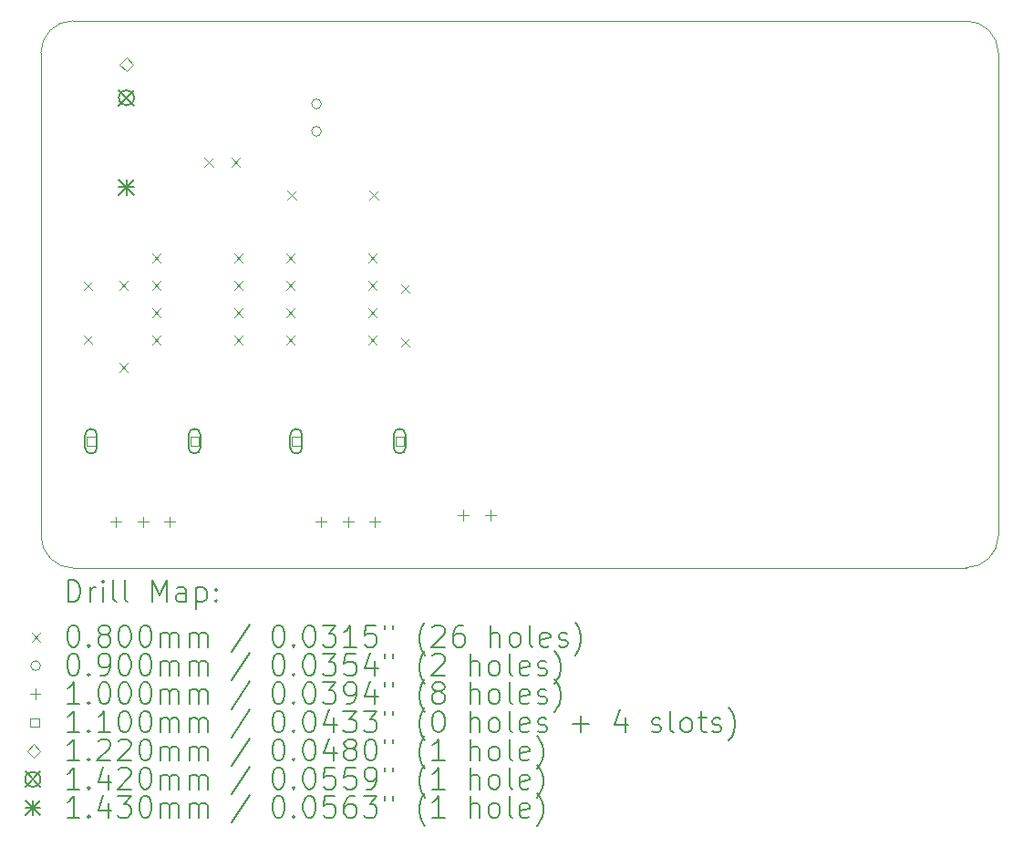
<source format=gbr>
%TF.GenerationSoftware,KiCad,Pcbnew,6.0.8+dfsg-1~bpo11+1*%
%TF.CreationDate,2022-10-27T04:09:54+08:00*%
%TF.ProjectId,SynthCard,53796e74-6843-4617-9264-2e6b69636164,rev?*%
%TF.SameCoordinates,Original*%
%TF.FileFunction,Drillmap*%
%TF.FilePolarity,Positive*%
%FSLAX45Y45*%
G04 Gerber Fmt 4.5, Leading zero omitted, Abs format (unit mm)*
G04 Created by KiCad (PCBNEW 6.0.8+dfsg-1~bpo11+1) date 2022-10-27 04:09:54*
%MOMM*%
%LPD*%
G01*
G04 APERTURE LIST*
%ADD10C,0.050000*%
%ADD11C,0.200000*%
%ADD12C,0.080000*%
%ADD13C,0.090000*%
%ADD14C,0.100000*%
%ADD15C,0.110000*%
%ADD16C,0.122000*%
%ADD17C,0.142000*%
%ADD18C,0.143000*%
G04 APERTURE END LIST*
D10*
X10000000Y-7800000D02*
X10002132Y-12282868D01*
X10300000Y-7500000D02*
G75*
G03*
X10000000Y-7800000I0J-300000D01*
G01*
X18592500Y-12580000D02*
X10302132Y-12582868D01*
X10002132Y-12282868D02*
G75*
G03*
X10302132Y-12582868I299998J-2D01*
G01*
X18892500Y-12280000D02*
X18892868Y-7802132D01*
X18592500Y-12580000D02*
G75*
G03*
X18892500Y-12280000I0J300000D01*
G01*
X18592868Y-7502132D02*
X10300000Y-7500000D01*
X18892868Y-7802132D02*
G75*
G03*
X18592868Y-7502132I-299998J2D01*
G01*
D11*
D12*
X10399400Y-9920800D02*
X10479400Y-10000800D01*
X10479400Y-9920800D02*
X10399400Y-10000800D01*
X10399400Y-10420800D02*
X10479400Y-10500800D01*
X10479400Y-10420800D02*
X10399400Y-10500800D01*
X10729600Y-9916800D02*
X10809600Y-9996800D01*
X10809600Y-9916800D02*
X10729600Y-9996800D01*
X10729600Y-10678800D02*
X10809600Y-10758800D01*
X10809600Y-10678800D02*
X10729600Y-10758800D01*
X11035400Y-9663800D02*
X11115400Y-9743800D01*
X11115400Y-9663800D02*
X11035400Y-9743800D01*
X11035400Y-9917800D02*
X11115400Y-9997800D01*
X11115400Y-9917800D02*
X11035400Y-9997800D01*
X11035400Y-10171800D02*
X11115400Y-10251800D01*
X11115400Y-10171800D02*
X11035400Y-10251800D01*
X11035400Y-10425800D02*
X11115400Y-10505800D01*
X11115400Y-10425800D02*
X11035400Y-10505800D01*
X11521000Y-8773800D02*
X11601000Y-8853800D01*
X11601000Y-8773800D02*
X11521000Y-8853800D01*
X11771000Y-8773800D02*
X11851000Y-8853800D01*
X11851000Y-8773800D02*
X11771000Y-8853800D01*
X11797400Y-9663800D02*
X11877400Y-9743800D01*
X11877400Y-9663800D02*
X11797400Y-9743800D01*
X11797400Y-9917800D02*
X11877400Y-9997800D01*
X11877400Y-9917800D02*
X11797400Y-9997800D01*
X11797400Y-10171800D02*
X11877400Y-10251800D01*
X11877400Y-10171800D02*
X11797400Y-10251800D01*
X11797400Y-10425800D02*
X11877400Y-10505800D01*
X11877400Y-10425800D02*
X11797400Y-10505800D01*
X12280000Y-9663800D02*
X12360000Y-9743800D01*
X12360000Y-9663800D02*
X12280000Y-9743800D01*
X12280000Y-9917800D02*
X12360000Y-9997800D01*
X12360000Y-9917800D02*
X12280000Y-9997800D01*
X12280000Y-10171800D02*
X12360000Y-10251800D01*
X12360000Y-10171800D02*
X12280000Y-10251800D01*
X12280000Y-10425800D02*
X12360000Y-10505800D01*
X12360000Y-10425800D02*
X12280000Y-10505800D01*
X12289000Y-9080000D02*
X12369000Y-9160000D01*
X12369000Y-9080000D02*
X12289000Y-9160000D01*
X13042000Y-9663800D02*
X13122000Y-9743800D01*
X13122000Y-9663800D02*
X13042000Y-9743800D01*
X13042000Y-9917800D02*
X13122000Y-9997800D01*
X13122000Y-9917800D02*
X13042000Y-9997800D01*
X13042000Y-10171800D02*
X13122000Y-10251800D01*
X13122000Y-10171800D02*
X13042000Y-10251800D01*
X13042000Y-10425800D02*
X13122000Y-10505800D01*
X13122000Y-10425800D02*
X13042000Y-10505800D01*
X13051000Y-9080000D02*
X13131000Y-9160000D01*
X13131000Y-9080000D02*
X13051000Y-9160000D01*
X13345800Y-9946200D02*
X13425800Y-10026200D01*
X13425800Y-9946200D02*
X13345800Y-10026200D01*
X13345800Y-10446200D02*
X13425800Y-10526200D01*
X13425800Y-10446200D02*
X13345800Y-10526200D01*
D13*
X12605000Y-8272500D02*
G75*
G03*
X12605000Y-8272500I-45000J0D01*
G01*
X12605000Y-8526500D02*
G75*
G03*
X12605000Y-8526500I-45000J0D01*
G01*
D14*
X10697400Y-12104900D02*
X10697400Y-12204900D01*
X10647400Y-12154900D02*
X10747400Y-12154900D01*
X10947400Y-12104900D02*
X10947400Y-12204900D01*
X10897400Y-12154900D02*
X10997400Y-12154900D01*
X11197400Y-12104900D02*
X11197400Y-12204900D01*
X11147400Y-12154900D02*
X11247400Y-12154900D01*
X12602400Y-12104900D02*
X12602400Y-12204900D01*
X12552400Y-12154900D02*
X12652400Y-12154900D01*
X12852400Y-12104900D02*
X12852400Y-12204900D01*
X12802400Y-12154900D02*
X12902400Y-12154900D01*
X13102400Y-12104900D02*
X13102400Y-12204900D01*
X13052400Y-12154900D02*
X13152400Y-12154900D01*
X13922500Y-12040000D02*
X13922500Y-12140000D01*
X13872500Y-12090000D02*
X13972500Y-12090000D01*
X14176500Y-12040000D02*
X14176500Y-12140000D01*
X14126500Y-12090000D02*
X14226500Y-12090000D01*
D15*
X10506291Y-11443791D02*
X10506291Y-11366009D01*
X10428509Y-11366009D01*
X10428509Y-11443791D01*
X10506291Y-11443791D01*
D11*
X10522400Y-11464900D02*
X10522400Y-11344900D01*
X10412400Y-11464900D02*
X10412400Y-11344900D01*
X10522400Y-11344900D02*
G75*
G03*
X10412400Y-11344900I-55000J0D01*
G01*
X10412400Y-11464900D02*
G75*
G03*
X10522400Y-11464900I55000J0D01*
G01*
D15*
X11466291Y-11443791D02*
X11466291Y-11366009D01*
X11388509Y-11366009D01*
X11388509Y-11443791D01*
X11466291Y-11443791D01*
D11*
X11482400Y-11464900D02*
X11482400Y-11344900D01*
X11372400Y-11464900D02*
X11372400Y-11344900D01*
X11482400Y-11344900D02*
G75*
G03*
X11372400Y-11344900I-55000J0D01*
G01*
X11372400Y-11464900D02*
G75*
G03*
X11482400Y-11464900I55000J0D01*
G01*
D15*
X12411291Y-11443791D02*
X12411291Y-11366009D01*
X12333509Y-11366009D01*
X12333509Y-11443791D01*
X12411291Y-11443791D01*
D11*
X12427400Y-11464900D02*
X12427400Y-11344900D01*
X12317400Y-11464900D02*
X12317400Y-11344900D01*
X12427400Y-11344900D02*
G75*
G03*
X12317400Y-11344900I-55000J0D01*
G01*
X12317400Y-11464900D02*
G75*
G03*
X12427400Y-11464900I55000J0D01*
G01*
D15*
X13371291Y-11443791D02*
X13371291Y-11366009D01*
X13293509Y-11366009D01*
X13293509Y-11443791D01*
X13371291Y-11443791D01*
D11*
X13387400Y-11464900D02*
X13387400Y-11344900D01*
X13277400Y-11464900D02*
X13277400Y-11344900D01*
X13387400Y-11344900D02*
G75*
G03*
X13277400Y-11344900I-55000J0D01*
G01*
X13277400Y-11464900D02*
G75*
G03*
X13387400Y-11464900I55000J0D01*
G01*
D16*
X10795000Y-7966600D02*
X10856000Y-7905600D01*
X10795000Y-7844600D01*
X10734000Y-7905600D01*
X10795000Y-7966600D01*
D17*
X10724000Y-8144600D02*
X10866000Y-8286600D01*
X10866000Y-8144600D02*
X10724000Y-8286600D01*
X10866000Y-8215600D02*
G75*
G03*
X10866000Y-8215600I-71000J0D01*
G01*
D18*
X10723500Y-8974100D02*
X10866500Y-9117100D01*
X10866500Y-8974100D02*
X10723500Y-9117100D01*
X10795000Y-8974100D02*
X10795000Y-9117100D01*
X10723500Y-9045600D02*
X10866500Y-9045600D01*
D11*
X10255119Y-12895844D02*
X10255119Y-12695844D01*
X10302738Y-12695844D01*
X10331310Y-12705368D01*
X10350357Y-12724416D01*
X10359881Y-12743463D01*
X10369405Y-12781558D01*
X10369405Y-12810130D01*
X10359881Y-12848225D01*
X10350357Y-12867273D01*
X10331310Y-12886320D01*
X10302738Y-12895844D01*
X10255119Y-12895844D01*
X10455119Y-12895844D02*
X10455119Y-12762511D01*
X10455119Y-12800606D02*
X10464643Y-12781558D01*
X10474167Y-12772035D01*
X10493214Y-12762511D01*
X10512262Y-12762511D01*
X10578929Y-12895844D02*
X10578929Y-12762511D01*
X10578929Y-12695844D02*
X10569405Y-12705368D01*
X10578929Y-12714892D01*
X10588452Y-12705368D01*
X10578929Y-12695844D01*
X10578929Y-12714892D01*
X10702738Y-12895844D02*
X10683690Y-12886320D01*
X10674167Y-12867273D01*
X10674167Y-12695844D01*
X10807500Y-12895844D02*
X10788452Y-12886320D01*
X10778929Y-12867273D01*
X10778929Y-12695844D01*
X11036071Y-12895844D02*
X11036071Y-12695844D01*
X11102738Y-12838701D01*
X11169405Y-12695844D01*
X11169405Y-12895844D01*
X11350357Y-12895844D02*
X11350357Y-12791082D01*
X11340833Y-12772035D01*
X11321786Y-12762511D01*
X11283690Y-12762511D01*
X11264643Y-12772035D01*
X11350357Y-12886320D02*
X11331309Y-12895844D01*
X11283690Y-12895844D01*
X11264643Y-12886320D01*
X11255119Y-12867273D01*
X11255119Y-12848225D01*
X11264643Y-12829177D01*
X11283690Y-12819654D01*
X11331309Y-12819654D01*
X11350357Y-12810130D01*
X11445595Y-12762511D02*
X11445595Y-12962511D01*
X11445595Y-12772035D02*
X11464643Y-12762511D01*
X11502738Y-12762511D01*
X11521786Y-12772035D01*
X11531309Y-12781558D01*
X11540833Y-12800606D01*
X11540833Y-12857749D01*
X11531309Y-12876796D01*
X11521786Y-12886320D01*
X11502738Y-12895844D01*
X11464643Y-12895844D01*
X11445595Y-12886320D01*
X11626548Y-12876796D02*
X11636071Y-12886320D01*
X11626548Y-12895844D01*
X11617024Y-12886320D01*
X11626548Y-12876796D01*
X11626548Y-12895844D01*
X11626548Y-12772035D02*
X11636071Y-12781558D01*
X11626548Y-12791082D01*
X11617024Y-12781558D01*
X11626548Y-12772035D01*
X11626548Y-12791082D01*
D12*
X9917500Y-13185368D02*
X9997500Y-13265368D01*
X9997500Y-13185368D02*
X9917500Y-13265368D01*
D11*
X10293214Y-13115844D02*
X10312262Y-13115844D01*
X10331310Y-13125368D01*
X10340833Y-13134892D01*
X10350357Y-13153939D01*
X10359881Y-13192035D01*
X10359881Y-13239654D01*
X10350357Y-13277749D01*
X10340833Y-13296796D01*
X10331310Y-13306320D01*
X10312262Y-13315844D01*
X10293214Y-13315844D01*
X10274167Y-13306320D01*
X10264643Y-13296796D01*
X10255119Y-13277749D01*
X10245595Y-13239654D01*
X10245595Y-13192035D01*
X10255119Y-13153939D01*
X10264643Y-13134892D01*
X10274167Y-13125368D01*
X10293214Y-13115844D01*
X10445595Y-13296796D02*
X10455119Y-13306320D01*
X10445595Y-13315844D01*
X10436071Y-13306320D01*
X10445595Y-13296796D01*
X10445595Y-13315844D01*
X10569405Y-13201558D02*
X10550357Y-13192035D01*
X10540833Y-13182511D01*
X10531310Y-13163463D01*
X10531310Y-13153939D01*
X10540833Y-13134892D01*
X10550357Y-13125368D01*
X10569405Y-13115844D01*
X10607500Y-13115844D01*
X10626548Y-13125368D01*
X10636071Y-13134892D01*
X10645595Y-13153939D01*
X10645595Y-13163463D01*
X10636071Y-13182511D01*
X10626548Y-13192035D01*
X10607500Y-13201558D01*
X10569405Y-13201558D01*
X10550357Y-13211082D01*
X10540833Y-13220606D01*
X10531310Y-13239654D01*
X10531310Y-13277749D01*
X10540833Y-13296796D01*
X10550357Y-13306320D01*
X10569405Y-13315844D01*
X10607500Y-13315844D01*
X10626548Y-13306320D01*
X10636071Y-13296796D01*
X10645595Y-13277749D01*
X10645595Y-13239654D01*
X10636071Y-13220606D01*
X10626548Y-13211082D01*
X10607500Y-13201558D01*
X10769405Y-13115844D02*
X10788452Y-13115844D01*
X10807500Y-13125368D01*
X10817024Y-13134892D01*
X10826548Y-13153939D01*
X10836071Y-13192035D01*
X10836071Y-13239654D01*
X10826548Y-13277749D01*
X10817024Y-13296796D01*
X10807500Y-13306320D01*
X10788452Y-13315844D01*
X10769405Y-13315844D01*
X10750357Y-13306320D01*
X10740833Y-13296796D01*
X10731310Y-13277749D01*
X10721786Y-13239654D01*
X10721786Y-13192035D01*
X10731310Y-13153939D01*
X10740833Y-13134892D01*
X10750357Y-13125368D01*
X10769405Y-13115844D01*
X10959881Y-13115844D02*
X10978929Y-13115844D01*
X10997976Y-13125368D01*
X11007500Y-13134892D01*
X11017024Y-13153939D01*
X11026548Y-13192035D01*
X11026548Y-13239654D01*
X11017024Y-13277749D01*
X11007500Y-13296796D01*
X10997976Y-13306320D01*
X10978929Y-13315844D01*
X10959881Y-13315844D01*
X10940833Y-13306320D01*
X10931310Y-13296796D01*
X10921786Y-13277749D01*
X10912262Y-13239654D01*
X10912262Y-13192035D01*
X10921786Y-13153939D01*
X10931310Y-13134892D01*
X10940833Y-13125368D01*
X10959881Y-13115844D01*
X11112262Y-13315844D02*
X11112262Y-13182511D01*
X11112262Y-13201558D02*
X11121786Y-13192035D01*
X11140833Y-13182511D01*
X11169405Y-13182511D01*
X11188452Y-13192035D01*
X11197976Y-13211082D01*
X11197976Y-13315844D01*
X11197976Y-13211082D02*
X11207500Y-13192035D01*
X11226548Y-13182511D01*
X11255119Y-13182511D01*
X11274167Y-13192035D01*
X11283690Y-13211082D01*
X11283690Y-13315844D01*
X11378928Y-13315844D02*
X11378928Y-13182511D01*
X11378928Y-13201558D02*
X11388452Y-13192035D01*
X11407500Y-13182511D01*
X11436071Y-13182511D01*
X11455119Y-13192035D01*
X11464643Y-13211082D01*
X11464643Y-13315844D01*
X11464643Y-13211082D02*
X11474167Y-13192035D01*
X11493214Y-13182511D01*
X11521786Y-13182511D01*
X11540833Y-13192035D01*
X11550357Y-13211082D01*
X11550357Y-13315844D01*
X11940833Y-13106320D02*
X11769405Y-13363463D01*
X12197976Y-13115844D02*
X12217024Y-13115844D01*
X12236071Y-13125368D01*
X12245595Y-13134892D01*
X12255119Y-13153939D01*
X12264643Y-13192035D01*
X12264643Y-13239654D01*
X12255119Y-13277749D01*
X12245595Y-13296796D01*
X12236071Y-13306320D01*
X12217024Y-13315844D01*
X12197976Y-13315844D01*
X12178928Y-13306320D01*
X12169405Y-13296796D01*
X12159881Y-13277749D01*
X12150357Y-13239654D01*
X12150357Y-13192035D01*
X12159881Y-13153939D01*
X12169405Y-13134892D01*
X12178928Y-13125368D01*
X12197976Y-13115844D01*
X12350357Y-13296796D02*
X12359881Y-13306320D01*
X12350357Y-13315844D01*
X12340833Y-13306320D01*
X12350357Y-13296796D01*
X12350357Y-13315844D01*
X12483690Y-13115844D02*
X12502738Y-13115844D01*
X12521786Y-13125368D01*
X12531309Y-13134892D01*
X12540833Y-13153939D01*
X12550357Y-13192035D01*
X12550357Y-13239654D01*
X12540833Y-13277749D01*
X12531309Y-13296796D01*
X12521786Y-13306320D01*
X12502738Y-13315844D01*
X12483690Y-13315844D01*
X12464643Y-13306320D01*
X12455119Y-13296796D01*
X12445595Y-13277749D01*
X12436071Y-13239654D01*
X12436071Y-13192035D01*
X12445595Y-13153939D01*
X12455119Y-13134892D01*
X12464643Y-13125368D01*
X12483690Y-13115844D01*
X12617024Y-13115844D02*
X12740833Y-13115844D01*
X12674167Y-13192035D01*
X12702738Y-13192035D01*
X12721786Y-13201558D01*
X12731309Y-13211082D01*
X12740833Y-13230130D01*
X12740833Y-13277749D01*
X12731309Y-13296796D01*
X12721786Y-13306320D01*
X12702738Y-13315844D01*
X12645595Y-13315844D01*
X12626548Y-13306320D01*
X12617024Y-13296796D01*
X12931309Y-13315844D02*
X12817024Y-13315844D01*
X12874167Y-13315844D02*
X12874167Y-13115844D01*
X12855119Y-13144416D01*
X12836071Y-13163463D01*
X12817024Y-13172987D01*
X13112262Y-13115844D02*
X13017024Y-13115844D01*
X13007500Y-13211082D01*
X13017024Y-13201558D01*
X13036071Y-13192035D01*
X13083690Y-13192035D01*
X13102738Y-13201558D01*
X13112262Y-13211082D01*
X13121786Y-13230130D01*
X13121786Y-13277749D01*
X13112262Y-13296796D01*
X13102738Y-13306320D01*
X13083690Y-13315844D01*
X13036071Y-13315844D01*
X13017024Y-13306320D01*
X13007500Y-13296796D01*
X13197976Y-13115844D02*
X13197976Y-13153939D01*
X13274167Y-13115844D02*
X13274167Y-13153939D01*
X13569405Y-13392035D02*
X13559881Y-13382511D01*
X13540833Y-13353939D01*
X13531309Y-13334892D01*
X13521786Y-13306320D01*
X13512262Y-13258701D01*
X13512262Y-13220606D01*
X13521786Y-13172987D01*
X13531309Y-13144416D01*
X13540833Y-13125368D01*
X13559881Y-13096796D01*
X13569405Y-13087273D01*
X13636071Y-13134892D02*
X13645595Y-13125368D01*
X13664643Y-13115844D01*
X13712262Y-13115844D01*
X13731309Y-13125368D01*
X13740833Y-13134892D01*
X13750357Y-13153939D01*
X13750357Y-13172987D01*
X13740833Y-13201558D01*
X13626548Y-13315844D01*
X13750357Y-13315844D01*
X13921786Y-13115844D02*
X13883690Y-13115844D01*
X13864643Y-13125368D01*
X13855119Y-13134892D01*
X13836071Y-13163463D01*
X13826548Y-13201558D01*
X13826548Y-13277749D01*
X13836071Y-13296796D01*
X13845595Y-13306320D01*
X13864643Y-13315844D01*
X13902738Y-13315844D01*
X13921786Y-13306320D01*
X13931309Y-13296796D01*
X13940833Y-13277749D01*
X13940833Y-13230130D01*
X13931309Y-13211082D01*
X13921786Y-13201558D01*
X13902738Y-13192035D01*
X13864643Y-13192035D01*
X13845595Y-13201558D01*
X13836071Y-13211082D01*
X13826548Y-13230130D01*
X14178928Y-13315844D02*
X14178928Y-13115844D01*
X14264643Y-13315844D02*
X14264643Y-13211082D01*
X14255119Y-13192035D01*
X14236071Y-13182511D01*
X14207500Y-13182511D01*
X14188452Y-13192035D01*
X14178928Y-13201558D01*
X14388452Y-13315844D02*
X14369405Y-13306320D01*
X14359881Y-13296796D01*
X14350357Y-13277749D01*
X14350357Y-13220606D01*
X14359881Y-13201558D01*
X14369405Y-13192035D01*
X14388452Y-13182511D01*
X14417024Y-13182511D01*
X14436071Y-13192035D01*
X14445595Y-13201558D01*
X14455119Y-13220606D01*
X14455119Y-13277749D01*
X14445595Y-13296796D01*
X14436071Y-13306320D01*
X14417024Y-13315844D01*
X14388452Y-13315844D01*
X14569405Y-13315844D02*
X14550357Y-13306320D01*
X14540833Y-13287273D01*
X14540833Y-13115844D01*
X14721786Y-13306320D02*
X14702738Y-13315844D01*
X14664643Y-13315844D01*
X14645595Y-13306320D01*
X14636071Y-13287273D01*
X14636071Y-13211082D01*
X14645595Y-13192035D01*
X14664643Y-13182511D01*
X14702738Y-13182511D01*
X14721786Y-13192035D01*
X14731309Y-13211082D01*
X14731309Y-13230130D01*
X14636071Y-13249177D01*
X14807500Y-13306320D02*
X14826548Y-13315844D01*
X14864643Y-13315844D01*
X14883690Y-13306320D01*
X14893214Y-13287273D01*
X14893214Y-13277749D01*
X14883690Y-13258701D01*
X14864643Y-13249177D01*
X14836071Y-13249177D01*
X14817024Y-13239654D01*
X14807500Y-13220606D01*
X14807500Y-13211082D01*
X14817024Y-13192035D01*
X14836071Y-13182511D01*
X14864643Y-13182511D01*
X14883690Y-13192035D01*
X14959881Y-13392035D02*
X14969405Y-13382511D01*
X14988452Y-13353939D01*
X14997976Y-13334892D01*
X15007500Y-13306320D01*
X15017024Y-13258701D01*
X15017024Y-13220606D01*
X15007500Y-13172987D01*
X14997976Y-13144416D01*
X14988452Y-13125368D01*
X14969405Y-13096796D01*
X14959881Y-13087273D01*
D13*
X9997500Y-13489368D02*
G75*
G03*
X9997500Y-13489368I-45000J0D01*
G01*
D11*
X10293214Y-13379844D02*
X10312262Y-13379844D01*
X10331310Y-13389368D01*
X10340833Y-13398892D01*
X10350357Y-13417939D01*
X10359881Y-13456035D01*
X10359881Y-13503654D01*
X10350357Y-13541749D01*
X10340833Y-13560796D01*
X10331310Y-13570320D01*
X10312262Y-13579844D01*
X10293214Y-13579844D01*
X10274167Y-13570320D01*
X10264643Y-13560796D01*
X10255119Y-13541749D01*
X10245595Y-13503654D01*
X10245595Y-13456035D01*
X10255119Y-13417939D01*
X10264643Y-13398892D01*
X10274167Y-13389368D01*
X10293214Y-13379844D01*
X10445595Y-13560796D02*
X10455119Y-13570320D01*
X10445595Y-13579844D01*
X10436071Y-13570320D01*
X10445595Y-13560796D01*
X10445595Y-13579844D01*
X10550357Y-13579844D02*
X10588452Y-13579844D01*
X10607500Y-13570320D01*
X10617024Y-13560796D01*
X10636071Y-13532225D01*
X10645595Y-13494130D01*
X10645595Y-13417939D01*
X10636071Y-13398892D01*
X10626548Y-13389368D01*
X10607500Y-13379844D01*
X10569405Y-13379844D01*
X10550357Y-13389368D01*
X10540833Y-13398892D01*
X10531310Y-13417939D01*
X10531310Y-13465558D01*
X10540833Y-13484606D01*
X10550357Y-13494130D01*
X10569405Y-13503654D01*
X10607500Y-13503654D01*
X10626548Y-13494130D01*
X10636071Y-13484606D01*
X10645595Y-13465558D01*
X10769405Y-13379844D02*
X10788452Y-13379844D01*
X10807500Y-13389368D01*
X10817024Y-13398892D01*
X10826548Y-13417939D01*
X10836071Y-13456035D01*
X10836071Y-13503654D01*
X10826548Y-13541749D01*
X10817024Y-13560796D01*
X10807500Y-13570320D01*
X10788452Y-13579844D01*
X10769405Y-13579844D01*
X10750357Y-13570320D01*
X10740833Y-13560796D01*
X10731310Y-13541749D01*
X10721786Y-13503654D01*
X10721786Y-13456035D01*
X10731310Y-13417939D01*
X10740833Y-13398892D01*
X10750357Y-13389368D01*
X10769405Y-13379844D01*
X10959881Y-13379844D02*
X10978929Y-13379844D01*
X10997976Y-13389368D01*
X11007500Y-13398892D01*
X11017024Y-13417939D01*
X11026548Y-13456035D01*
X11026548Y-13503654D01*
X11017024Y-13541749D01*
X11007500Y-13560796D01*
X10997976Y-13570320D01*
X10978929Y-13579844D01*
X10959881Y-13579844D01*
X10940833Y-13570320D01*
X10931310Y-13560796D01*
X10921786Y-13541749D01*
X10912262Y-13503654D01*
X10912262Y-13456035D01*
X10921786Y-13417939D01*
X10931310Y-13398892D01*
X10940833Y-13389368D01*
X10959881Y-13379844D01*
X11112262Y-13579844D02*
X11112262Y-13446511D01*
X11112262Y-13465558D02*
X11121786Y-13456035D01*
X11140833Y-13446511D01*
X11169405Y-13446511D01*
X11188452Y-13456035D01*
X11197976Y-13475082D01*
X11197976Y-13579844D01*
X11197976Y-13475082D02*
X11207500Y-13456035D01*
X11226548Y-13446511D01*
X11255119Y-13446511D01*
X11274167Y-13456035D01*
X11283690Y-13475082D01*
X11283690Y-13579844D01*
X11378928Y-13579844D02*
X11378928Y-13446511D01*
X11378928Y-13465558D02*
X11388452Y-13456035D01*
X11407500Y-13446511D01*
X11436071Y-13446511D01*
X11455119Y-13456035D01*
X11464643Y-13475082D01*
X11464643Y-13579844D01*
X11464643Y-13475082D02*
X11474167Y-13456035D01*
X11493214Y-13446511D01*
X11521786Y-13446511D01*
X11540833Y-13456035D01*
X11550357Y-13475082D01*
X11550357Y-13579844D01*
X11940833Y-13370320D02*
X11769405Y-13627463D01*
X12197976Y-13379844D02*
X12217024Y-13379844D01*
X12236071Y-13389368D01*
X12245595Y-13398892D01*
X12255119Y-13417939D01*
X12264643Y-13456035D01*
X12264643Y-13503654D01*
X12255119Y-13541749D01*
X12245595Y-13560796D01*
X12236071Y-13570320D01*
X12217024Y-13579844D01*
X12197976Y-13579844D01*
X12178928Y-13570320D01*
X12169405Y-13560796D01*
X12159881Y-13541749D01*
X12150357Y-13503654D01*
X12150357Y-13456035D01*
X12159881Y-13417939D01*
X12169405Y-13398892D01*
X12178928Y-13389368D01*
X12197976Y-13379844D01*
X12350357Y-13560796D02*
X12359881Y-13570320D01*
X12350357Y-13579844D01*
X12340833Y-13570320D01*
X12350357Y-13560796D01*
X12350357Y-13579844D01*
X12483690Y-13379844D02*
X12502738Y-13379844D01*
X12521786Y-13389368D01*
X12531309Y-13398892D01*
X12540833Y-13417939D01*
X12550357Y-13456035D01*
X12550357Y-13503654D01*
X12540833Y-13541749D01*
X12531309Y-13560796D01*
X12521786Y-13570320D01*
X12502738Y-13579844D01*
X12483690Y-13579844D01*
X12464643Y-13570320D01*
X12455119Y-13560796D01*
X12445595Y-13541749D01*
X12436071Y-13503654D01*
X12436071Y-13456035D01*
X12445595Y-13417939D01*
X12455119Y-13398892D01*
X12464643Y-13389368D01*
X12483690Y-13379844D01*
X12617024Y-13379844D02*
X12740833Y-13379844D01*
X12674167Y-13456035D01*
X12702738Y-13456035D01*
X12721786Y-13465558D01*
X12731309Y-13475082D01*
X12740833Y-13494130D01*
X12740833Y-13541749D01*
X12731309Y-13560796D01*
X12721786Y-13570320D01*
X12702738Y-13579844D01*
X12645595Y-13579844D01*
X12626548Y-13570320D01*
X12617024Y-13560796D01*
X12921786Y-13379844D02*
X12826548Y-13379844D01*
X12817024Y-13475082D01*
X12826548Y-13465558D01*
X12845595Y-13456035D01*
X12893214Y-13456035D01*
X12912262Y-13465558D01*
X12921786Y-13475082D01*
X12931309Y-13494130D01*
X12931309Y-13541749D01*
X12921786Y-13560796D01*
X12912262Y-13570320D01*
X12893214Y-13579844D01*
X12845595Y-13579844D01*
X12826548Y-13570320D01*
X12817024Y-13560796D01*
X13102738Y-13446511D02*
X13102738Y-13579844D01*
X13055119Y-13370320D02*
X13007500Y-13513177D01*
X13131309Y-13513177D01*
X13197976Y-13379844D02*
X13197976Y-13417939D01*
X13274167Y-13379844D02*
X13274167Y-13417939D01*
X13569405Y-13656035D02*
X13559881Y-13646511D01*
X13540833Y-13617939D01*
X13531309Y-13598892D01*
X13521786Y-13570320D01*
X13512262Y-13522701D01*
X13512262Y-13484606D01*
X13521786Y-13436987D01*
X13531309Y-13408416D01*
X13540833Y-13389368D01*
X13559881Y-13360796D01*
X13569405Y-13351273D01*
X13636071Y-13398892D02*
X13645595Y-13389368D01*
X13664643Y-13379844D01*
X13712262Y-13379844D01*
X13731309Y-13389368D01*
X13740833Y-13398892D01*
X13750357Y-13417939D01*
X13750357Y-13436987D01*
X13740833Y-13465558D01*
X13626548Y-13579844D01*
X13750357Y-13579844D01*
X13988452Y-13579844D02*
X13988452Y-13379844D01*
X14074167Y-13579844D02*
X14074167Y-13475082D01*
X14064643Y-13456035D01*
X14045595Y-13446511D01*
X14017024Y-13446511D01*
X13997976Y-13456035D01*
X13988452Y-13465558D01*
X14197976Y-13579844D02*
X14178928Y-13570320D01*
X14169405Y-13560796D01*
X14159881Y-13541749D01*
X14159881Y-13484606D01*
X14169405Y-13465558D01*
X14178928Y-13456035D01*
X14197976Y-13446511D01*
X14226548Y-13446511D01*
X14245595Y-13456035D01*
X14255119Y-13465558D01*
X14264643Y-13484606D01*
X14264643Y-13541749D01*
X14255119Y-13560796D01*
X14245595Y-13570320D01*
X14226548Y-13579844D01*
X14197976Y-13579844D01*
X14378928Y-13579844D02*
X14359881Y-13570320D01*
X14350357Y-13551273D01*
X14350357Y-13379844D01*
X14531309Y-13570320D02*
X14512262Y-13579844D01*
X14474167Y-13579844D01*
X14455119Y-13570320D01*
X14445595Y-13551273D01*
X14445595Y-13475082D01*
X14455119Y-13456035D01*
X14474167Y-13446511D01*
X14512262Y-13446511D01*
X14531309Y-13456035D01*
X14540833Y-13475082D01*
X14540833Y-13494130D01*
X14445595Y-13513177D01*
X14617024Y-13570320D02*
X14636071Y-13579844D01*
X14674167Y-13579844D01*
X14693214Y-13570320D01*
X14702738Y-13551273D01*
X14702738Y-13541749D01*
X14693214Y-13522701D01*
X14674167Y-13513177D01*
X14645595Y-13513177D01*
X14626548Y-13503654D01*
X14617024Y-13484606D01*
X14617024Y-13475082D01*
X14626548Y-13456035D01*
X14645595Y-13446511D01*
X14674167Y-13446511D01*
X14693214Y-13456035D01*
X14769405Y-13656035D02*
X14778928Y-13646511D01*
X14797976Y-13617939D01*
X14807500Y-13598892D01*
X14817024Y-13570320D01*
X14826548Y-13522701D01*
X14826548Y-13484606D01*
X14817024Y-13436987D01*
X14807500Y-13408416D01*
X14797976Y-13389368D01*
X14778928Y-13360796D01*
X14769405Y-13351273D01*
D14*
X9947500Y-13703368D02*
X9947500Y-13803368D01*
X9897500Y-13753368D02*
X9997500Y-13753368D01*
D11*
X10359881Y-13843844D02*
X10245595Y-13843844D01*
X10302738Y-13843844D02*
X10302738Y-13643844D01*
X10283690Y-13672416D01*
X10264643Y-13691463D01*
X10245595Y-13700987D01*
X10445595Y-13824796D02*
X10455119Y-13834320D01*
X10445595Y-13843844D01*
X10436071Y-13834320D01*
X10445595Y-13824796D01*
X10445595Y-13843844D01*
X10578929Y-13643844D02*
X10597976Y-13643844D01*
X10617024Y-13653368D01*
X10626548Y-13662892D01*
X10636071Y-13681939D01*
X10645595Y-13720035D01*
X10645595Y-13767654D01*
X10636071Y-13805749D01*
X10626548Y-13824796D01*
X10617024Y-13834320D01*
X10597976Y-13843844D01*
X10578929Y-13843844D01*
X10559881Y-13834320D01*
X10550357Y-13824796D01*
X10540833Y-13805749D01*
X10531310Y-13767654D01*
X10531310Y-13720035D01*
X10540833Y-13681939D01*
X10550357Y-13662892D01*
X10559881Y-13653368D01*
X10578929Y-13643844D01*
X10769405Y-13643844D02*
X10788452Y-13643844D01*
X10807500Y-13653368D01*
X10817024Y-13662892D01*
X10826548Y-13681939D01*
X10836071Y-13720035D01*
X10836071Y-13767654D01*
X10826548Y-13805749D01*
X10817024Y-13824796D01*
X10807500Y-13834320D01*
X10788452Y-13843844D01*
X10769405Y-13843844D01*
X10750357Y-13834320D01*
X10740833Y-13824796D01*
X10731310Y-13805749D01*
X10721786Y-13767654D01*
X10721786Y-13720035D01*
X10731310Y-13681939D01*
X10740833Y-13662892D01*
X10750357Y-13653368D01*
X10769405Y-13643844D01*
X10959881Y-13643844D02*
X10978929Y-13643844D01*
X10997976Y-13653368D01*
X11007500Y-13662892D01*
X11017024Y-13681939D01*
X11026548Y-13720035D01*
X11026548Y-13767654D01*
X11017024Y-13805749D01*
X11007500Y-13824796D01*
X10997976Y-13834320D01*
X10978929Y-13843844D01*
X10959881Y-13843844D01*
X10940833Y-13834320D01*
X10931310Y-13824796D01*
X10921786Y-13805749D01*
X10912262Y-13767654D01*
X10912262Y-13720035D01*
X10921786Y-13681939D01*
X10931310Y-13662892D01*
X10940833Y-13653368D01*
X10959881Y-13643844D01*
X11112262Y-13843844D02*
X11112262Y-13710511D01*
X11112262Y-13729558D02*
X11121786Y-13720035D01*
X11140833Y-13710511D01*
X11169405Y-13710511D01*
X11188452Y-13720035D01*
X11197976Y-13739082D01*
X11197976Y-13843844D01*
X11197976Y-13739082D02*
X11207500Y-13720035D01*
X11226548Y-13710511D01*
X11255119Y-13710511D01*
X11274167Y-13720035D01*
X11283690Y-13739082D01*
X11283690Y-13843844D01*
X11378928Y-13843844D02*
X11378928Y-13710511D01*
X11378928Y-13729558D02*
X11388452Y-13720035D01*
X11407500Y-13710511D01*
X11436071Y-13710511D01*
X11455119Y-13720035D01*
X11464643Y-13739082D01*
X11464643Y-13843844D01*
X11464643Y-13739082D02*
X11474167Y-13720035D01*
X11493214Y-13710511D01*
X11521786Y-13710511D01*
X11540833Y-13720035D01*
X11550357Y-13739082D01*
X11550357Y-13843844D01*
X11940833Y-13634320D02*
X11769405Y-13891463D01*
X12197976Y-13643844D02*
X12217024Y-13643844D01*
X12236071Y-13653368D01*
X12245595Y-13662892D01*
X12255119Y-13681939D01*
X12264643Y-13720035D01*
X12264643Y-13767654D01*
X12255119Y-13805749D01*
X12245595Y-13824796D01*
X12236071Y-13834320D01*
X12217024Y-13843844D01*
X12197976Y-13843844D01*
X12178928Y-13834320D01*
X12169405Y-13824796D01*
X12159881Y-13805749D01*
X12150357Y-13767654D01*
X12150357Y-13720035D01*
X12159881Y-13681939D01*
X12169405Y-13662892D01*
X12178928Y-13653368D01*
X12197976Y-13643844D01*
X12350357Y-13824796D02*
X12359881Y-13834320D01*
X12350357Y-13843844D01*
X12340833Y-13834320D01*
X12350357Y-13824796D01*
X12350357Y-13843844D01*
X12483690Y-13643844D02*
X12502738Y-13643844D01*
X12521786Y-13653368D01*
X12531309Y-13662892D01*
X12540833Y-13681939D01*
X12550357Y-13720035D01*
X12550357Y-13767654D01*
X12540833Y-13805749D01*
X12531309Y-13824796D01*
X12521786Y-13834320D01*
X12502738Y-13843844D01*
X12483690Y-13843844D01*
X12464643Y-13834320D01*
X12455119Y-13824796D01*
X12445595Y-13805749D01*
X12436071Y-13767654D01*
X12436071Y-13720035D01*
X12445595Y-13681939D01*
X12455119Y-13662892D01*
X12464643Y-13653368D01*
X12483690Y-13643844D01*
X12617024Y-13643844D02*
X12740833Y-13643844D01*
X12674167Y-13720035D01*
X12702738Y-13720035D01*
X12721786Y-13729558D01*
X12731309Y-13739082D01*
X12740833Y-13758130D01*
X12740833Y-13805749D01*
X12731309Y-13824796D01*
X12721786Y-13834320D01*
X12702738Y-13843844D01*
X12645595Y-13843844D01*
X12626548Y-13834320D01*
X12617024Y-13824796D01*
X12836071Y-13843844D02*
X12874167Y-13843844D01*
X12893214Y-13834320D01*
X12902738Y-13824796D01*
X12921786Y-13796225D01*
X12931309Y-13758130D01*
X12931309Y-13681939D01*
X12921786Y-13662892D01*
X12912262Y-13653368D01*
X12893214Y-13643844D01*
X12855119Y-13643844D01*
X12836071Y-13653368D01*
X12826548Y-13662892D01*
X12817024Y-13681939D01*
X12817024Y-13729558D01*
X12826548Y-13748606D01*
X12836071Y-13758130D01*
X12855119Y-13767654D01*
X12893214Y-13767654D01*
X12912262Y-13758130D01*
X12921786Y-13748606D01*
X12931309Y-13729558D01*
X13102738Y-13710511D02*
X13102738Y-13843844D01*
X13055119Y-13634320D02*
X13007500Y-13777177D01*
X13131309Y-13777177D01*
X13197976Y-13643844D02*
X13197976Y-13681939D01*
X13274167Y-13643844D02*
X13274167Y-13681939D01*
X13569405Y-13920035D02*
X13559881Y-13910511D01*
X13540833Y-13881939D01*
X13531309Y-13862892D01*
X13521786Y-13834320D01*
X13512262Y-13786701D01*
X13512262Y-13748606D01*
X13521786Y-13700987D01*
X13531309Y-13672416D01*
X13540833Y-13653368D01*
X13559881Y-13624796D01*
X13569405Y-13615273D01*
X13674167Y-13729558D02*
X13655119Y-13720035D01*
X13645595Y-13710511D01*
X13636071Y-13691463D01*
X13636071Y-13681939D01*
X13645595Y-13662892D01*
X13655119Y-13653368D01*
X13674167Y-13643844D01*
X13712262Y-13643844D01*
X13731309Y-13653368D01*
X13740833Y-13662892D01*
X13750357Y-13681939D01*
X13750357Y-13691463D01*
X13740833Y-13710511D01*
X13731309Y-13720035D01*
X13712262Y-13729558D01*
X13674167Y-13729558D01*
X13655119Y-13739082D01*
X13645595Y-13748606D01*
X13636071Y-13767654D01*
X13636071Y-13805749D01*
X13645595Y-13824796D01*
X13655119Y-13834320D01*
X13674167Y-13843844D01*
X13712262Y-13843844D01*
X13731309Y-13834320D01*
X13740833Y-13824796D01*
X13750357Y-13805749D01*
X13750357Y-13767654D01*
X13740833Y-13748606D01*
X13731309Y-13739082D01*
X13712262Y-13729558D01*
X13988452Y-13843844D02*
X13988452Y-13643844D01*
X14074167Y-13843844D02*
X14074167Y-13739082D01*
X14064643Y-13720035D01*
X14045595Y-13710511D01*
X14017024Y-13710511D01*
X13997976Y-13720035D01*
X13988452Y-13729558D01*
X14197976Y-13843844D02*
X14178928Y-13834320D01*
X14169405Y-13824796D01*
X14159881Y-13805749D01*
X14159881Y-13748606D01*
X14169405Y-13729558D01*
X14178928Y-13720035D01*
X14197976Y-13710511D01*
X14226548Y-13710511D01*
X14245595Y-13720035D01*
X14255119Y-13729558D01*
X14264643Y-13748606D01*
X14264643Y-13805749D01*
X14255119Y-13824796D01*
X14245595Y-13834320D01*
X14226548Y-13843844D01*
X14197976Y-13843844D01*
X14378928Y-13843844D02*
X14359881Y-13834320D01*
X14350357Y-13815273D01*
X14350357Y-13643844D01*
X14531309Y-13834320D02*
X14512262Y-13843844D01*
X14474167Y-13843844D01*
X14455119Y-13834320D01*
X14445595Y-13815273D01*
X14445595Y-13739082D01*
X14455119Y-13720035D01*
X14474167Y-13710511D01*
X14512262Y-13710511D01*
X14531309Y-13720035D01*
X14540833Y-13739082D01*
X14540833Y-13758130D01*
X14445595Y-13777177D01*
X14617024Y-13834320D02*
X14636071Y-13843844D01*
X14674167Y-13843844D01*
X14693214Y-13834320D01*
X14702738Y-13815273D01*
X14702738Y-13805749D01*
X14693214Y-13786701D01*
X14674167Y-13777177D01*
X14645595Y-13777177D01*
X14626548Y-13767654D01*
X14617024Y-13748606D01*
X14617024Y-13739082D01*
X14626548Y-13720035D01*
X14645595Y-13710511D01*
X14674167Y-13710511D01*
X14693214Y-13720035D01*
X14769405Y-13920035D02*
X14778928Y-13910511D01*
X14797976Y-13881939D01*
X14807500Y-13862892D01*
X14817024Y-13834320D01*
X14826548Y-13786701D01*
X14826548Y-13748606D01*
X14817024Y-13700987D01*
X14807500Y-13672416D01*
X14797976Y-13653368D01*
X14778928Y-13624796D01*
X14769405Y-13615273D01*
D15*
X9981391Y-14056259D02*
X9981391Y-13978477D01*
X9903609Y-13978477D01*
X9903609Y-14056259D01*
X9981391Y-14056259D01*
D11*
X10359881Y-14107844D02*
X10245595Y-14107844D01*
X10302738Y-14107844D02*
X10302738Y-13907844D01*
X10283690Y-13936416D01*
X10264643Y-13955463D01*
X10245595Y-13964987D01*
X10445595Y-14088796D02*
X10455119Y-14098320D01*
X10445595Y-14107844D01*
X10436071Y-14098320D01*
X10445595Y-14088796D01*
X10445595Y-14107844D01*
X10645595Y-14107844D02*
X10531310Y-14107844D01*
X10588452Y-14107844D02*
X10588452Y-13907844D01*
X10569405Y-13936416D01*
X10550357Y-13955463D01*
X10531310Y-13964987D01*
X10769405Y-13907844D02*
X10788452Y-13907844D01*
X10807500Y-13917368D01*
X10817024Y-13926892D01*
X10826548Y-13945939D01*
X10836071Y-13984035D01*
X10836071Y-14031654D01*
X10826548Y-14069749D01*
X10817024Y-14088796D01*
X10807500Y-14098320D01*
X10788452Y-14107844D01*
X10769405Y-14107844D01*
X10750357Y-14098320D01*
X10740833Y-14088796D01*
X10731310Y-14069749D01*
X10721786Y-14031654D01*
X10721786Y-13984035D01*
X10731310Y-13945939D01*
X10740833Y-13926892D01*
X10750357Y-13917368D01*
X10769405Y-13907844D01*
X10959881Y-13907844D02*
X10978929Y-13907844D01*
X10997976Y-13917368D01*
X11007500Y-13926892D01*
X11017024Y-13945939D01*
X11026548Y-13984035D01*
X11026548Y-14031654D01*
X11017024Y-14069749D01*
X11007500Y-14088796D01*
X10997976Y-14098320D01*
X10978929Y-14107844D01*
X10959881Y-14107844D01*
X10940833Y-14098320D01*
X10931310Y-14088796D01*
X10921786Y-14069749D01*
X10912262Y-14031654D01*
X10912262Y-13984035D01*
X10921786Y-13945939D01*
X10931310Y-13926892D01*
X10940833Y-13917368D01*
X10959881Y-13907844D01*
X11112262Y-14107844D02*
X11112262Y-13974511D01*
X11112262Y-13993558D02*
X11121786Y-13984035D01*
X11140833Y-13974511D01*
X11169405Y-13974511D01*
X11188452Y-13984035D01*
X11197976Y-14003082D01*
X11197976Y-14107844D01*
X11197976Y-14003082D02*
X11207500Y-13984035D01*
X11226548Y-13974511D01*
X11255119Y-13974511D01*
X11274167Y-13984035D01*
X11283690Y-14003082D01*
X11283690Y-14107844D01*
X11378928Y-14107844D02*
X11378928Y-13974511D01*
X11378928Y-13993558D02*
X11388452Y-13984035D01*
X11407500Y-13974511D01*
X11436071Y-13974511D01*
X11455119Y-13984035D01*
X11464643Y-14003082D01*
X11464643Y-14107844D01*
X11464643Y-14003082D02*
X11474167Y-13984035D01*
X11493214Y-13974511D01*
X11521786Y-13974511D01*
X11540833Y-13984035D01*
X11550357Y-14003082D01*
X11550357Y-14107844D01*
X11940833Y-13898320D02*
X11769405Y-14155463D01*
X12197976Y-13907844D02*
X12217024Y-13907844D01*
X12236071Y-13917368D01*
X12245595Y-13926892D01*
X12255119Y-13945939D01*
X12264643Y-13984035D01*
X12264643Y-14031654D01*
X12255119Y-14069749D01*
X12245595Y-14088796D01*
X12236071Y-14098320D01*
X12217024Y-14107844D01*
X12197976Y-14107844D01*
X12178928Y-14098320D01*
X12169405Y-14088796D01*
X12159881Y-14069749D01*
X12150357Y-14031654D01*
X12150357Y-13984035D01*
X12159881Y-13945939D01*
X12169405Y-13926892D01*
X12178928Y-13917368D01*
X12197976Y-13907844D01*
X12350357Y-14088796D02*
X12359881Y-14098320D01*
X12350357Y-14107844D01*
X12340833Y-14098320D01*
X12350357Y-14088796D01*
X12350357Y-14107844D01*
X12483690Y-13907844D02*
X12502738Y-13907844D01*
X12521786Y-13917368D01*
X12531309Y-13926892D01*
X12540833Y-13945939D01*
X12550357Y-13984035D01*
X12550357Y-14031654D01*
X12540833Y-14069749D01*
X12531309Y-14088796D01*
X12521786Y-14098320D01*
X12502738Y-14107844D01*
X12483690Y-14107844D01*
X12464643Y-14098320D01*
X12455119Y-14088796D01*
X12445595Y-14069749D01*
X12436071Y-14031654D01*
X12436071Y-13984035D01*
X12445595Y-13945939D01*
X12455119Y-13926892D01*
X12464643Y-13917368D01*
X12483690Y-13907844D01*
X12721786Y-13974511D02*
X12721786Y-14107844D01*
X12674167Y-13898320D02*
X12626548Y-14041177D01*
X12750357Y-14041177D01*
X12807500Y-13907844D02*
X12931309Y-13907844D01*
X12864643Y-13984035D01*
X12893214Y-13984035D01*
X12912262Y-13993558D01*
X12921786Y-14003082D01*
X12931309Y-14022130D01*
X12931309Y-14069749D01*
X12921786Y-14088796D01*
X12912262Y-14098320D01*
X12893214Y-14107844D01*
X12836071Y-14107844D01*
X12817024Y-14098320D01*
X12807500Y-14088796D01*
X12997976Y-13907844D02*
X13121786Y-13907844D01*
X13055119Y-13984035D01*
X13083690Y-13984035D01*
X13102738Y-13993558D01*
X13112262Y-14003082D01*
X13121786Y-14022130D01*
X13121786Y-14069749D01*
X13112262Y-14088796D01*
X13102738Y-14098320D01*
X13083690Y-14107844D01*
X13026548Y-14107844D01*
X13007500Y-14098320D01*
X12997976Y-14088796D01*
X13197976Y-13907844D02*
X13197976Y-13945939D01*
X13274167Y-13907844D02*
X13274167Y-13945939D01*
X13569405Y-14184035D02*
X13559881Y-14174511D01*
X13540833Y-14145939D01*
X13531309Y-14126892D01*
X13521786Y-14098320D01*
X13512262Y-14050701D01*
X13512262Y-14012606D01*
X13521786Y-13964987D01*
X13531309Y-13936416D01*
X13540833Y-13917368D01*
X13559881Y-13888796D01*
X13569405Y-13879273D01*
X13683690Y-13907844D02*
X13702738Y-13907844D01*
X13721786Y-13917368D01*
X13731309Y-13926892D01*
X13740833Y-13945939D01*
X13750357Y-13984035D01*
X13750357Y-14031654D01*
X13740833Y-14069749D01*
X13731309Y-14088796D01*
X13721786Y-14098320D01*
X13702738Y-14107844D01*
X13683690Y-14107844D01*
X13664643Y-14098320D01*
X13655119Y-14088796D01*
X13645595Y-14069749D01*
X13636071Y-14031654D01*
X13636071Y-13984035D01*
X13645595Y-13945939D01*
X13655119Y-13926892D01*
X13664643Y-13917368D01*
X13683690Y-13907844D01*
X13988452Y-14107844D02*
X13988452Y-13907844D01*
X14074167Y-14107844D02*
X14074167Y-14003082D01*
X14064643Y-13984035D01*
X14045595Y-13974511D01*
X14017024Y-13974511D01*
X13997976Y-13984035D01*
X13988452Y-13993558D01*
X14197976Y-14107844D02*
X14178928Y-14098320D01*
X14169405Y-14088796D01*
X14159881Y-14069749D01*
X14159881Y-14012606D01*
X14169405Y-13993558D01*
X14178928Y-13984035D01*
X14197976Y-13974511D01*
X14226548Y-13974511D01*
X14245595Y-13984035D01*
X14255119Y-13993558D01*
X14264643Y-14012606D01*
X14264643Y-14069749D01*
X14255119Y-14088796D01*
X14245595Y-14098320D01*
X14226548Y-14107844D01*
X14197976Y-14107844D01*
X14378928Y-14107844D02*
X14359881Y-14098320D01*
X14350357Y-14079273D01*
X14350357Y-13907844D01*
X14531309Y-14098320D02*
X14512262Y-14107844D01*
X14474167Y-14107844D01*
X14455119Y-14098320D01*
X14445595Y-14079273D01*
X14445595Y-14003082D01*
X14455119Y-13984035D01*
X14474167Y-13974511D01*
X14512262Y-13974511D01*
X14531309Y-13984035D01*
X14540833Y-14003082D01*
X14540833Y-14022130D01*
X14445595Y-14041177D01*
X14617024Y-14098320D02*
X14636071Y-14107844D01*
X14674167Y-14107844D01*
X14693214Y-14098320D01*
X14702738Y-14079273D01*
X14702738Y-14069749D01*
X14693214Y-14050701D01*
X14674167Y-14041177D01*
X14645595Y-14041177D01*
X14626548Y-14031654D01*
X14617024Y-14012606D01*
X14617024Y-14003082D01*
X14626548Y-13984035D01*
X14645595Y-13974511D01*
X14674167Y-13974511D01*
X14693214Y-13984035D01*
X14940833Y-14031654D02*
X15093214Y-14031654D01*
X15017024Y-14107844D02*
X15017024Y-13955463D01*
X15426548Y-13974511D02*
X15426548Y-14107844D01*
X15378928Y-13898320D02*
X15331309Y-14041177D01*
X15455119Y-14041177D01*
X15674167Y-14098320D02*
X15693214Y-14107844D01*
X15731309Y-14107844D01*
X15750357Y-14098320D01*
X15759881Y-14079273D01*
X15759881Y-14069749D01*
X15750357Y-14050701D01*
X15731309Y-14041177D01*
X15702738Y-14041177D01*
X15683690Y-14031654D01*
X15674167Y-14012606D01*
X15674167Y-14003082D01*
X15683690Y-13984035D01*
X15702738Y-13974511D01*
X15731309Y-13974511D01*
X15750357Y-13984035D01*
X15874167Y-14107844D02*
X15855119Y-14098320D01*
X15845595Y-14079273D01*
X15845595Y-13907844D01*
X15978928Y-14107844D02*
X15959881Y-14098320D01*
X15950357Y-14088796D01*
X15940833Y-14069749D01*
X15940833Y-14012606D01*
X15950357Y-13993558D01*
X15959881Y-13984035D01*
X15978928Y-13974511D01*
X16007500Y-13974511D01*
X16026548Y-13984035D01*
X16036071Y-13993558D01*
X16045595Y-14012606D01*
X16045595Y-14069749D01*
X16036071Y-14088796D01*
X16026548Y-14098320D01*
X16007500Y-14107844D01*
X15978928Y-14107844D01*
X16102738Y-13974511D02*
X16178928Y-13974511D01*
X16131309Y-13907844D02*
X16131309Y-14079273D01*
X16140833Y-14098320D01*
X16159881Y-14107844D01*
X16178928Y-14107844D01*
X16236071Y-14098320D02*
X16255119Y-14107844D01*
X16293214Y-14107844D01*
X16312262Y-14098320D01*
X16321786Y-14079273D01*
X16321786Y-14069749D01*
X16312262Y-14050701D01*
X16293214Y-14041177D01*
X16264643Y-14041177D01*
X16245595Y-14031654D01*
X16236071Y-14012606D01*
X16236071Y-14003082D01*
X16245595Y-13984035D01*
X16264643Y-13974511D01*
X16293214Y-13974511D01*
X16312262Y-13984035D01*
X16388452Y-14184035D02*
X16397976Y-14174511D01*
X16417024Y-14145939D01*
X16426548Y-14126892D01*
X16436071Y-14098320D01*
X16445595Y-14050701D01*
X16445595Y-14012606D01*
X16436071Y-13964987D01*
X16426548Y-13936416D01*
X16417024Y-13917368D01*
X16397976Y-13888796D01*
X16388452Y-13879273D01*
D16*
X9936500Y-14342368D02*
X9997500Y-14281368D01*
X9936500Y-14220368D01*
X9875500Y-14281368D01*
X9936500Y-14342368D01*
D11*
X10359881Y-14371844D02*
X10245595Y-14371844D01*
X10302738Y-14371844D02*
X10302738Y-14171844D01*
X10283690Y-14200416D01*
X10264643Y-14219463D01*
X10245595Y-14228987D01*
X10445595Y-14352796D02*
X10455119Y-14362320D01*
X10445595Y-14371844D01*
X10436071Y-14362320D01*
X10445595Y-14352796D01*
X10445595Y-14371844D01*
X10531310Y-14190892D02*
X10540833Y-14181368D01*
X10559881Y-14171844D01*
X10607500Y-14171844D01*
X10626548Y-14181368D01*
X10636071Y-14190892D01*
X10645595Y-14209939D01*
X10645595Y-14228987D01*
X10636071Y-14257558D01*
X10521786Y-14371844D01*
X10645595Y-14371844D01*
X10721786Y-14190892D02*
X10731310Y-14181368D01*
X10750357Y-14171844D01*
X10797976Y-14171844D01*
X10817024Y-14181368D01*
X10826548Y-14190892D01*
X10836071Y-14209939D01*
X10836071Y-14228987D01*
X10826548Y-14257558D01*
X10712262Y-14371844D01*
X10836071Y-14371844D01*
X10959881Y-14171844D02*
X10978929Y-14171844D01*
X10997976Y-14181368D01*
X11007500Y-14190892D01*
X11017024Y-14209939D01*
X11026548Y-14248035D01*
X11026548Y-14295654D01*
X11017024Y-14333749D01*
X11007500Y-14352796D01*
X10997976Y-14362320D01*
X10978929Y-14371844D01*
X10959881Y-14371844D01*
X10940833Y-14362320D01*
X10931310Y-14352796D01*
X10921786Y-14333749D01*
X10912262Y-14295654D01*
X10912262Y-14248035D01*
X10921786Y-14209939D01*
X10931310Y-14190892D01*
X10940833Y-14181368D01*
X10959881Y-14171844D01*
X11112262Y-14371844D02*
X11112262Y-14238511D01*
X11112262Y-14257558D02*
X11121786Y-14248035D01*
X11140833Y-14238511D01*
X11169405Y-14238511D01*
X11188452Y-14248035D01*
X11197976Y-14267082D01*
X11197976Y-14371844D01*
X11197976Y-14267082D02*
X11207500Y-14248035D01*
X11226548Y-14238511D01*
X11255119Y-14238511D01*
X11274167Y-14248035D01*
X11283690Y-14267082D01*
X11283690Y-14371844D01*
X11378928Y-14371844D02*
X11378928Y-14238511D01*
X11378928Y-14257558D02*
X11388452Y-14248035D01*
X11407500Y-14238511D01*
X11436071Y-14238511D01*
X11455119Y-14248035D01*
X11464643Y-14267082D01*
X11464643Y-14371844D01*
X11464643Y-14267082D02*
X11474167Y-14248035D01*
X11493214Y-14238511D01*
X11521786Y-14238511D01*
X11540833Y-14248035D01*
X11550357Y-14267082D01*
X11550357Y-14371844D01*
X11940833Y-14162320D02*
X11769405Y-14419463D01*
X12197976Y-14171844D02*
X12217024Y-14171844D01*
X12236071Y-14181368D01*
X12245595Y-14190892D01*
X12255119Y-14209939D01*
X12264643Y-14248035D01*
X12264643Y-14295654D01*
X12255119Y-14333749D01*
X12245595Y-14352796D01*
X12236071Y-14362320D01*
X12217024Y-14371844D01*
X12197976Y-14371844D01*
X12178928Y-14362320D01*
X12169405Y-14352796D01*
X12159881Y-14333749D01*
X12150357Y-14295654D01*
X12150357Y-14248035D01*
X12159881Y-14209939D01*
X12169405Y-14190892D01*
X12178928Y-14181368D01*
X12197976Y-14171844D01*
X12350357Y-14352796D02*
X12359881Y-14362320D01*
X12350357Y-14371844D01*
X12340833Y-14362320D01*
X12350357Y-14352796D01*
X12350357Y-14371844D01*
X12483690Y-14171844D02*
X12502738Y-14171844D01*
X12521786Y-14181368D01*
X12531309Y-14190892D01*
X12540833Y-14209939D01*
X12550357Y-14248035D01*
X12550357Y-14295654D01*
X12540833Y-14333749D01*
X12531309Y-14352796D01*
X12521786Y-14362320D01*
X12502738Y-14371844D01*
X12483690Y-14371844D01*
X12464643Y-14362320D01*
X12455119Y-14352796D01*
X12445595Y-14333749D01*
X12436071Y-14295654D01*
X12436071Y-14248035D01*
X12445595Y-14209939D01*
X12455119Y-14190892D01*
X12464643Y-14181368D01*
X12483690Y-14171844D01*
X12721786Y-14238511D02*
X12721786Y-14371844D01*
X12674167Y-14162320D02*
X12626548Y-14305177D01*
X12750357Y-14305177D01*
X12855119Y-14257558D02*
X12836071Y-14248035D01*
X12826548Y-14238511D01*
X12817024Y-14219463D01*
X12817024Y-14209939D01*
X12826548Y-14190892D01*
X12836071Y-14181368D01*
X12855119Y-14171844D01*
X12893214Y-14171844D01*
X12912262Y-14181368D01*
X12921786Y-14190892D01*
X12931309Y-14209939D01*
X12931309Y-14219463D01*
X12921786Y-14238511D01*
X12912262Y-14248035D01*
X12893214Y-14257558D01*
X12855119Y-14257558D01*
X12836071Y-14267082D01*
X12826548Y-14276606D01*
X12817024Y-14295654D01*
X12817024Y-14333749D01*
X12826548Y-14352796D01*
X12836071Y-14362320D01*
X12855119Y-14371844D01*
X12893214Y-14371844D01*
X12912262Y-14362320D01*
X12921786Y-14352796D01*
X12931309Y-14333749D01*
X12931309Y-14295654D01*
X12921786Y-14276606D01*
X12912262Y-14267082D01*
X12893214Y-14257558D01*
X13055119Y-14171844D02*
X13074167Y-14171844D01*
X13093214Y-14181368D01*
X13102738Y-14190892D01*
X13112262Y-14209939D01*
X13121786Y-14248035D01*
X13121786Y-14295654D01*
X13112262Y-14333749D01*
X13102738Y-14352796D01*
X13093214Y-14362320D01*
X13074167Y-14371844D01*
X13055119Y-14371844D01*
X13036071Y-14362320D01*
X13026548Y-14352796D01*
X13017024Y-14333749D01*
X13007500Y-14295654D01*
X13007500Y-14248035D01*
X13017024Y-14209939D01*
X13026548Y-14190892D01*
X13036071Y-14181368D01*
X13055119Y-14171844D01*
X13197976Y-14171844D02*
X13197976Y-14209939D01*
X13274167Y-14171844D02*
X13274167Y-14209939D01*
X13569405Y-14448035D02*
X13559881Y-14438511D01*
X13540833Y-14409939D01*
X13531309Y-14390892D01*
X13521786Y-14362320D01*
X13512262Y-14314701D01*
X13512262Y-14276606D01*
X13521786Y-14228987D01*
X13531309Y-14200416D01*
X13540833Y-14181368D01*
X13559881Y-14152796D01*
X13569405Y-14143273D01*
X13750357Y-14371844D02*
X13636071Y-14371844D01*
X13693214Y-14371844D02*
X13693214Y-14171844D01*
X13674167Y-14200416D01*
X13655119Y-14219463D01*
X13636071Y-14228987D01*
X13988452Y-14371844D02*
X13988452Y-14171844D01*
X14074167Y-14371844D02*
X14074167Y-14267082D01*
X14064643Y-14248035D01*
X14045595Y-14238511D01*
X14017024Y-14238511D01*
X13997976Y-14248035D01*
X13988452Y-14257558D01*
X14197976Y-14371844D02*
X14178928Y-14362320D01*
X14169405Y-14352796D01*
X14159881Y-14333749D01*
X14159881Y-14276606D01*
X14169405Y-14257558D01*
X14178928Y-14248035D01*
X14197976Y-14238511D01*
X14226548Y-14238511D01*
X14245595Y-14248035D01*
X14255119Y-14257558D01*
X14264643Y-14276606D01*
X14264643Y-14333749D01*
X14255119Y-14352796D01*
X14245595Y-14362320D01*
X14226548Y-14371844D01*
X14197976Y-14371844D01*
X14378928Y-14371844D02*
X14359881Y-14362320D01*
X14350357Y-14343273D01*
X14350357Y-14171844D01*
X14531309Y-14362320D02*
X14512262Y-14371844D01*
X14474167Y-14371844D01*
X14455119Y-14362320D01*
X14445595Y-14343273D01*
X14445595Y-14267082D01*
X14455119Y-14248035D01*
X14474167Y-14238511D01*
X14512262Y-14238511D01*
X14531309Y-14248035D01*
X14540833Y-14267082D01*
X14540833Y-14286130D01*
X14445595Y-14305177D01*
X14607500Y-14448035D02*
X14617024Y-14438511D01*
X14636071Y-14409939D01*
X14645595Y-14390892D01*
X14655119Y-14362320D01*
X14664643Y-14314701D01*
X14664643Y-14276606D01*
X14655119Y-14228987D01*
X14645595Y-14200416D01*
X14636071Y-14181368D01*
X14617024Y-14152796D01*
X14607500Y-14143273D01*
D17*
X9855500Y-14474368D02*
X9997500Y-14616368D01*
X9997500Y-14474368D02*
X9855500Y-14616368D01*
X9997500Y-14545368D02*
G75*
G03*
X9997500Y-14545368I-71000J0D01*
G01*
D11*
X10359881Y-14635844D02*
X10245595Y-14635844D01*
X10302738Y-14635844D02*
X10302738Y-14435844D01*
X10283690Y-14464416D01*
X10264643Y-14483463D01*
X10245595Y-14492987D01*
X10445595Y-14616796D02*
X10455119Y-14626320D01*
X10445595Y-14635844D01*
X10436071Y-14626320D01*
X10445595Y-14616796D01*
X10445595Y-14635844D01*
X10626548Y-14502511D02*
X10626548Y-14635844D01*
X10578929Y-14426320D02*
X10531310Y-14569177D01*
X10655119Y-14569177D01*
X10721786Y-14454892D02*
X10731310Y-14445368D01*
X10750357Y-14435844D01*
X10797976Y-14435844D01*
X10817024Y-14445368D01*
X10826548Y-14454892D01*
X10836071Y-14473939D01*
X10836071Y-14492987D01*
X10826548Y-14521558D01*
X10712262Y-14635844D01*
X10836071Y-14635844D01*
X10959881Y-14435844D02*
X10978929Y-14435844D01*
X10997976Y-14445368D01*
X11007500Y-14454892D01*
X11017024Y-14473939D01*
X11026548Y-14512035D01*
X11026548Y-14559654D01*
X11017024Y-14597749D01*
X11007500Y-14616796D01*
X10997976Y-14626320D01*
X10978929Y-14635844D01*
X10959881Y-14635844D01*
X10940833Y-14626320D01*
X10931310Y-14616796D01*
X10921786Y-14597749D01*
X10912262Y-14559654D01*
X10912262Y-14512035D01*
X10921786Y-14473939D01*
X10931310Y-14454892D01*
X10940833Y-14445368D01*
X10959881Y-14435844D01*
X11112262Y-14635844D02*
X11112262Y-14502511D01*
X11112262Y-14521558D02*
X11121786Y-14512035D01*
X11140833Y-14502511D01*
X11169405Y-14502511D01*
X11188452Y-14512035D01*
X11197976Y-14531082D01*
X11197976Y-14635844D01*
X11197976Y-14531082D02*
X11207500Y-14512035D01*
X11226548Y-14502511D01*
X11255119Y-14502511D01*
X11274167Y-14512035D01*
X11283690Y-14531082D01*
X11283690Y-14635844D01*
X11378928Y-14635844D02*
X11378928Y-14502511D01*
X11378928Y-14521558D02*
X11388452Y-14512035D01*
X11407500Y-14502511D01*
X11436071Y-14502511D01*
X11455119Y-14512035D01*
X11464643Y-14531082D01*
X11464643Y-14635844D01*
X11464643Y-14531082D02*
X11474167Y-14512035D01*
X11493214Y-14502511D01*
X11521786Y-14502511D01*
X11540833Y-14512035D01*
X11550357Y-14531082D01*
X11550357Y-14635844D01*
X11940833Y-14426320D02*
X11769405Y-14683463D01*
X12197976Y-14435844D02*
X12217024Y-14435844D01*
X12236071Y-14445368D01*
X12245595Y-14454892D01*
X12255119Y-14473939D01*
X12264643Y-14512035D01*
X12264643Y-14559654D01*
X12255119Y-14597749D01*
X12245595Y-14616796D01*
X12236071Y-14626320D01*
X12217024Y-14635844D01*
X12197976Y-14635844D01*
X12178928Y-14626320D01*
X12169405Y-14616796D01*
X12159881Y-14597749D01*
X12150357Y-14559654D01*
X12150357Y-14512035D01*
X12159881Y-14473939D01*
X12169405Y-14454892D01*
X12178928Y-14445368D01*
X12197976Y-14435844D01*
X12350357Y-14616796D02*
X12359881Y-14626320D01*
X12350357Y-14635844D01*
X12340833Y-14626320D01*
X12350357Y-14616796D01*
X12350357Y-14635844D01*
X12483690Y-14435844D02*
X12502738Y-14435844D01*
X12521786Y-14445368D01*
X12531309Y-14454892D01*
X12540833Y-14473939D01*
X12550357Y-14512035D01*
X12550357Y-14559654D01*
X12540833Y-14597749D01*
X12531309Y-14616796D01*
X12521786Y-14626320D01*
X12502738Y-14635844D01*
X12483690Y-14635844D01*
X12464643Y-14626320D01*
X12455119Y-14616796D01*
X12445595Y-14597749D01*
X12436071Y-14559654D01*
X12436071Y-14512035D01*
X12445595Y-14473939D01*
X12455119Y-14454892D01*
X12464643Y-14445368D01*
X12483690Y-14435844D01*
X12731309Y-14435844D02*
X12636071Y-14435844D01*
X12626548Y-14531082D01*
X12636071Y-14521558D01*
X12655119Y-14512035D01*
X12702738Y-14512035D01*
X12721786Y-14521558D01*
X12731309Y-14531082D01*
X12740833Y-14550130D01*
X12740833Y-14597749D01*
X12731309Y-14616796D01*
X12721786Y-14626320D01*
X12702738Y-14635844D01*
X12655119Y-14635844D01*
X12636071Y-14626320D01*
X12626548Y-14616796D01*
X12921786Y-14435844D02*
X12826548Y-14435844D01*
X12817024Y-14531082D01*
X12826548Y-14521558D01*
X12845595Y-14512035D01*
X12893214Y-14512035D01*
X12912262Y-14521558D01*
X12921786Y-14531082D01*
X12931309Y-14550130D01*
X12931309Y-14597749D01*
X12921786Y-14616796D01*
X12912262Y-14626320D01*
X12893214Y-14635844D01*
X12845595Y-14635844D01*
X12826548Y-14626320D01*
X12817024Y-14616796D01*
X13026548Y-14635844D02*
X13064643Y-14635844D01*
X13083690Y-14626320D01*
X13093214Y-14616796D01*
X13112262Y-14588225D01*
X13121786Y-14550130D01*
X13121786Y-14473939D01*
X13112262Y-14454892D01*
X13102738Y-14445368D01*
X13083690Y-14435844D01*
X13045595Y-14435844D01*
X13026548Y-14445368D01*
X13017024Y-14454892D01*
X13007500Y-14473939D01*
X13007500Y-14521558D01*
X13017024Y-14540606D01*
X13026548Y-14550130D01*
X13045595Y-14559654D01*
X13083690Y-14559654D01*
X13102738Y-14550130D01*
X13112262Y-14540606D01*
X13121786Y-14521558D01*
X13197976Y-14435844D02*
X13197976Y-14473939D01*
X13274167Y-14435844D02*
X13274167Y-14473939D01*
X13569405Y-14712035D02*
X13559881Y-14702511D01*
X13540833Y-14673939D01*
X13531309Y-14654892D01*
X13521786Y-14626320D01*
X13512262Y-14578701D01*
X13512262Y-14540606D01*
X13521786Y-14492987D01*
X13531309Y-14464416D01*
X13540833Y-14445368D01*
X13559881Y-14416796D01*
X13569405Y-14407273D01*
X13750357Y-14635844D02*
X13636071Y-14635844D01*
X13693214Y-14635844D02*
X13693214Y-14435844D01*
X13674167Y-14464416D01*
X13655119Y-14483463D01*
X13636071Y-14492987D01*
X13988452Y-14635844D02*
X13988452Y-14435844D01*
X14074167Y-14635844D02*
X14074167Y-14531082D01*
X14064643Y-14512035D01*
X14045595Y-14502511D01*
X14017024Y-14502511D01*
X13997976Y-14512035D01*
X13988452Y-14521558D01*
X14197976Y-14635844D02*
X14178928Y-14626320D01*
X14169405Y-14616796D01*
X14159881Y-14597749D01*
X14159881Y-14540606D01*
X14169405Y-14521558D01*
X14178928Y-14512035D01*
X14197976Y-14502511D01*
X14226548Y-14502511D01*
X14245595Y-14512035D01*
X14255119Y-14521558D01*
X14264643Y-14540606D01*
X14264643Y-14597749D01*
X14255119Y-14616796D01*
X14245595Y-14626320D01*
X14226548Y-14635844D01*
X14197976Y-14635844D01*
X14378928Y-14635844D02*
X14359881Y-14626320D01*
X14350357Y-14607273D01*
X14350357Y-14435844D01*
X14531309Y-14626320D02*
X14512262Y-14635844D01*
X14474167Y-14635844D01*
X14455119Y-14626320D01*
X14445595Y-14607273D01*
X14445595Y-14531082D01*
X14455119Y-14512035D01*
X14474167Y-14502511D01*
X14512262Y-14502511D01*
X14531309Y-14512035D01*
X14540833Y-14531082D01*
X14540833Y-14550130D01*
X14445595Y-14569177D01*
X14607500Y-14712035D02*
X14617024Y-14702511D01*
X14636071Y-14673939D01*
X14645595Y-14654892D01*
X14655119Y-14626320D01*
X14664643Y-14578701D01*
X14664643Y-14540606D01*
X14655119Y-14492987D01*
X14645595Y-14464416D01*
X14636071Y-14445368D01*
X14617024Y-14416796D01*
X14607500Y-14407273D01*
D18*
X9854500Y-14737868D02*
X9997500Y-14880868D01*
X9997500Y-14737868D02*
X9854500Y-14880868D01*
X9926000Y-14737868D02*
X9926000Y-14880868D01*
X9854500Y-14809368D02*
X9997500Y-14809368D01*
D11*
X10359881Y-14899844D02*
X10245595Y-14899844D01*
X10302738Y-14899844D02*
X10302738Y-14699844D01*
X10283690Y-14728416D01*
X10264643Y-14747463D01*
X10245595Y-14756987D01*
X10445595Y-14880796D02*
X10455119Y-14890320D01*
X10445595Y-14899844D01*
X10436071Y-14890320D01*
X10445595Y-14880796D01*
X10445595Y-14899844D01*
X10626548Y-14766511D02*
X10626548Y-14899844D01*
X10578929Y-14690320D02*
X10531310Y-14833177D01*
X10655119Y-14833177D01*
X10712262Y-14699844D02*
X10836071Y-14699844D01*
X10769405Y-14776035D01*
X10797976Y-14776035D01*
X10817024Y-14785558D01*
X10826548Y-14795082D01*
X10836071Y-14814130D01*
X10836071Y-14861749D01*
X10826548Y-14880796D01*
X10817024Y-14890320D01*
X10797976Y-14899844D01*
X10740833Y-14899844D01*
X10721786Y-14890320D01*
X10712262Y-14880796D01*
X10959881Y-14699844D02*
X10978929Y-14699844D01*
X10997976Y-14709368D01*
X11007500Y-14718892D01*
X11017024Y-14737939D01*
X11026548Y-14776035D01*
X11026548Y-14823654D01*
X11017024Y-14861749D01*
X11007500Y-14880796D01*
X10997976Y-14890320D01*
X10978929Y-14899844D01*
X10959881Y-14899844D01*
X10940833Y-14890320D01*
X10931310Y-14880796D01*
X10921786Y-14861749D01*
X10912262Y-14823654D01*
X10912262Y-14776035D01*
X10921786Y-14737939D01*
X10931310Y-14718892D01*
X10940833Y-14709368D01*
X10959881Y-14699844D01*
X11112262Y-14899844D02*
X11112262Y-14766511D01*
X11112262Y-14785558D02*
X11121786Y-14776035D01*
X11140833Y-14766511D01*
X11169405Y-14766511D01*
X11188452Y-14776035D01*
X11197976Y-14795082D01*
X11197976Y-14899844D01*
X11197976Y-14795082D02*
X11207500Y-14776035D01*
X11226548Y-14766511D01*
X11255119Y-14766511D01*
X11274167Y-14776035D01*
X11283690Y-14795082D01*
X11283690Y-14899844D01*
X11378928Y-14899844D02*
X11378928Y-14766511D01*
X11378928Y-14785558D02*
X11388452Y-14776035D01*
X11407500Y-14766511D01*
X11436071Y-14766511D01*
X11455119Y-14776035D01*
X11464643Y-14795082D01*
X11464643Y-14899844D01*
X11464643Y-14795082D02*
X11474167Y-14776035D01*
X11493214Y-14766511D01*
X11521786Y-14766511D01*
X11540833Y-14776035D01*
X11550357Y-14795082D01*
X11550357Y-14899844D01*
X11940833Y-14690320D02*
X11769405Y-14947463D01*
X12197976Y-14699844D02*
X12217024Y-14699844D01*
X12236071Y-14709368D01*
X12245595Y-14718892D01*
X12255119Y-14737939D01*
X12264643Y-14776035D01*
X12264643Y-14823654D01*
X12255119Y-14861749D01*
X12245595Y-14880796D01*
X12236071Y-14890320D01*
X12217024Y-14899844D01*
X12197976Y-14899844D01*
X12178928Y-14890320D01*
X12169405Y-14880796D01*
X12159881Y-14861749D01*
X12150357Y-14823654D01*
X12150357Y-14776035D01*
X12159881Y-14737939D01*
X12169405Y-14718892D01*
X12178928Y-14709368D01*
X12197976Y-14699844D01*
X12350357Y-14880796D02*
X12359881Y-14890320D01*
X12350357Y-14899844D01*
X12340833Y-14890320D01*
X12350357Y-14880796D01*
X12350357Y-14899844D01*
X12483690Y-14699844D02*
X12502738Y-14699844D01*
X12521786Y-14709368D01*
X12531309Y-14718892D01*
X12540833Y-14737939D01*
X12550357Y-14776035D01*
X12550357Y-14823654D01*
X12540833Y-14861749D01*
X12531309Y-14880796D01*
X12521786Y-14890320D01*
X12502738Y-14899844D01*
X12483690Y-14899844D01*
X12464643Y-14890320D01*
X12455119Y-14880796D01*
X12445595Y-14861749D01*
X12436071Y-14823654D01*
X12436071Y-14776035D01*
X12445595Y-14737939D01*
X12455119Y-14718892D01*
X12464643Y-14709368D01*
X12483690Y-14699844D01*
X12731309Y-14699844D02*
X12636071Y-14699844D01*
X12626548Y-14795082D01*
X12636071Y-14785558D01*
X12655119Y-14776035D01*
X12702738Y-14776035D01*
X12721786Y-14785558D01*
X12731309Y-14795082D01*
X12740833Y-14814130D01*
X12740833Y-14861749D01*
X12731309Y-14880796D01*
X12721786Y-14890320D01*
X12702738Y-14899844D01*
X12655119Y-14899844D01*
X12636071Y-14890320D01*
X12626548Y-14880796D01*
X12912262Y-14699844D02*
X12874167Y-14699844D01*
X12855119Y-14709368D01*
X12845595Y-14718892D01*
X12826548Y-14747463D01*
X12817024Y-14785558D01*
X12817024Y-14861749D01*
X12826548Y-14880796D01*
X12836071Y-14890320D01*
X12855119Y-14899844D01*
X12893214Y-14899844D01*
X12912262Y-14890320D01*
X12921786Y-14880796D01*
X12931309Y-14861749D01*
X12931309Y-14814130D01*
X12921786Y-14795082D01*
X12912262Y-14785558D01*
X12893214Y-14776035D01*
X12855119Y-14776035D01*
X12836071Y-14785558D01*
X12826548Y-14795082D01*
X12817024Y-14814130D01*
X12997976Y-14699844D02*
X13121786Y-14699844D01*
X13055119Y-14776035D01*
X13083690Y-14776035D01*
X13102738Y-14785558D01*
X13112262Y-14795082D01*
X13121786Y-14814130D01*
X13121786Y-14861749D01*
X13112262Y-14880796D01*
X13102738Y-14890320D01*
X13083690Y-14899844D01*
X13026548Y-14899844D01*
X13007500Y-14890320D01*
X12997976Y-14880796D01*
X13197976Y-14699844D02*
X13197976Y-14737939D01*
X13274167Y-14699844D02*
X13274167Y-14737939D01*
X13569405Y-14976035D02*
X13559881Y-14966511D01*
X13540833Y-14937939D01*
X13531309Y-14918892D01*
X13521786Y-14890320D01*
X13512262Y-14842701D01*
X13512262Y-14804606D01*
X13521786Y-14756987D01*
X13531309Y-14728416D01*
X13540833Y-14709368D01*
X13559881Y-14680796D01*
X13569405Y-14671273D01*
X13750357Y-14899844D02*
X13636071Y-14899844D01*
X13693214Y-14899844D02*
X13693214Y-14699844D01*
X13674167Y-14728416D01*
X13655119Y-14747463D01*
X13636071Y-14756987D01*
X13988452Y-14899844D02*
X13988452Y-14699844D01*
X14074167Y-14899844D02*
X14074167Y-14795082D01*
X14064643Y-14776035D01*
X14045595Y-14766511D01*
X14017024Y-14766511D01*
X13997976Y-14776035D01*
X13988452Y-14785558D01*
X14197976Y-14899844D02*
X14178928Y-14890320D01*
X14169405Y-14880796D01*
X14159881Y-14861749D01*
X14159881Y-14804606D01*
X14169405Y-14785558D01*
X14178928Y-14776035D01*
X14197976Y-14766511D01*
X14226548Y-14766511D01*
X14245595Y-14776035D01*
X14255119Y-14785558D01*
X14264643Y-14804606D01*
X14264643Y-14861749D01*
X14255119Y-14880796D01*
X14245595Y-14890320D01*
X14226548Y-14899844D01*
X14197976Y-14899844D01*
X14378928Y-14899844D02*
X14359881Y-14890320D01*
X14350357Y-14871273D01*
X14350357Y-14699844D01*
X14531309Y-14890320D02*
X14512262Y-14899844D01*
X14474167Y-14899844D01*
X14455119Y-14890320D01*
X14445595Y-14871273D01*
X14445595Y-14795082D01*
X14455119Y-14776035D01*
X14474167Y-14766511D01*
X14512262Y-14766511D01*
X14531309Y-14776035D01*
X14540833Y-14795082D01*
X14540833Y-14814130D01*
X14445595Y-14833177D01*
X14607500Y-14976035D02*
X14617024Y-14966511D01*
X14636071Y-14937939D01*
X14645595Y-14918892D01*
X14655119Y-14890320D01*
X14664643Y-14842701D01*
X14664643Y-14804606D01*
X14655119Y-14756987D01*
X14645595Y-14728416D01*
X14636071Y-14709368D01*
X14617024Y-14680796D01*
X14607500Y-14671273D01*
M02*

</source>
